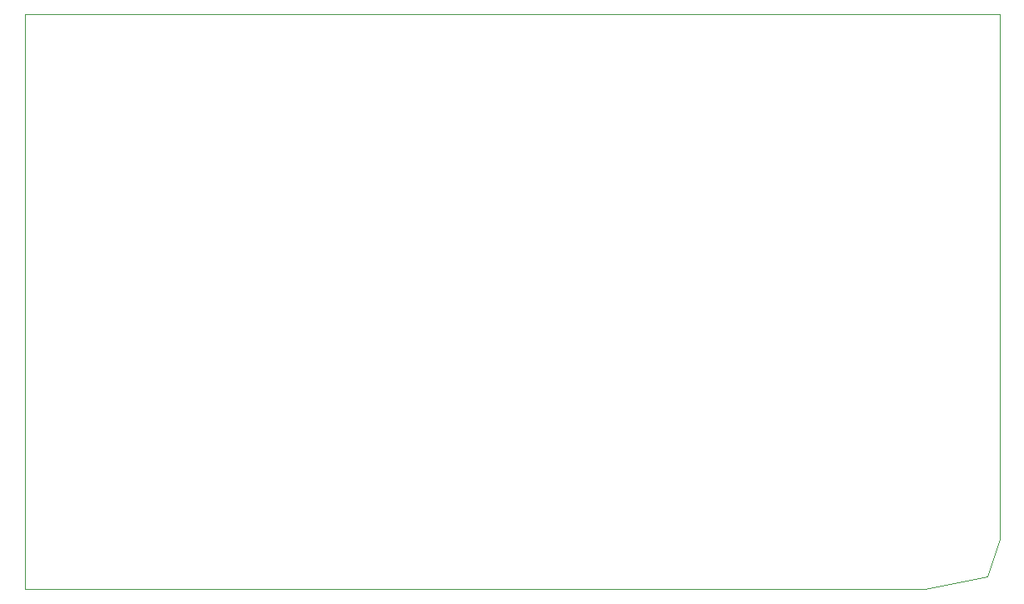
<source format=gbr>
%TF.GenerationSoftware,KiCad,Pcbnew,(5.1.10)-1*%
%TF.CreationDate,2021-08-16T12:44:53+12:00*%
%TF.ProjectId,pcbOutput,7063624f-7574-4707-9574-2e6b69636164,rev?*%
%TF.SameCoordinates,Original*%
%TF.FileFunction,Profile,NP*%
%FSLAX46Y46*%
G04 Gerber Fmt 4.6, Leading zero omitted, Abs format (unit mm)*
G04 Created by KiCad (PCBNEW (5.1.10)-1) date 2021-08-16 12:44:53*
%MOMM*%
%LPD*%
G01*
G04 APERTURE LIST*
%TA.AperFunction,Profile*%
%ADD10C,0.050000*%
%TD*%
G04 APERTURE END LIST*
D10*
X119380000Y-95250000D02*
X125730000Y-93980000D01*
X27940000Y-95250000D02*
X119380000Y-95250000D01*
X127000000Y-90170000D02*
X125730000Y-93980000D01*
X127000000Y-36830000D02*
X127000000Y-90170000D01*
X27940000Y-36830000D02*
X27940000Y-95250000D01*
X127000000Y-36830000D02*
X27940000Y-36830000D01*
M02*

</source>
